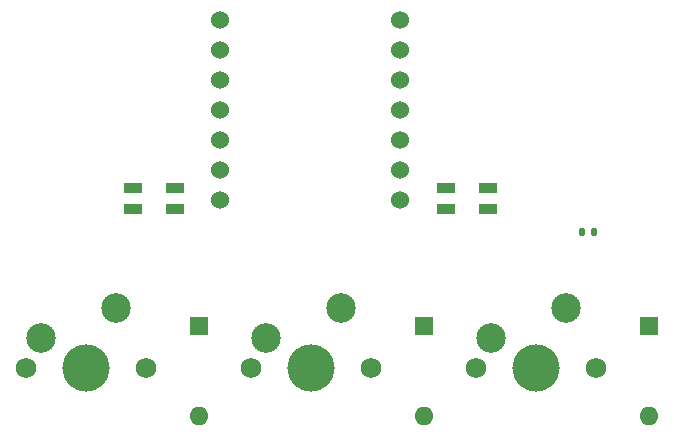
<source format=gbr>
%TF.GenerationSoftware,KiCad,Pcbnew,9.0.2*%
%TF.CreationDate,2025-06-03T16:06:49-07:00*%
%TF.ProjectId,osu_keypad,6f73755f-6b65-4797-9061-642e6b696361,rev?*%
%TF.SameCoordinates,Original*%
%TF.FileFunction,Soldermask,Top*%
%TF.FilePolarity,Negative*%
%FSLAX46Y46*%
G04 Gerber Fmt 4.6, Leading zero omitted, Abs format (unit mm)*
G04 Created by KiCad (PCBNEW 9.0.2) date 2025-06-03 16:06:49*
%MOMM*%
%LPD*%
G01*
G04 APERTURE LIST*
G04 Aperture macros list*
%AMRoundRect*
0 Rectangle with rounded corners*
0 $1 Rounding radius*
0 $2 $3 $4 $5 $6 $7 $8 $9 X,Y pos of 4 corners*
0 Add a 4 corners polygon primitive as box body*
4,1,4,$2,$3,$4,$5,$6,$7,$8,$9,$2,$3,0*
0 Add four circle primitives for the rounded corners*
1,1,$1+$1,$2,$3*
1,1,$1+$1,$4,$5*
1,1,$1+$1,$6,$7*
1,1,$1+$1,$8,$9*
0 Add four rect primitives between the rounded corners*
20,1,$1+$1,$2,$3,$4,$5,0*
20,1,$1+$1,$4,$5,$6,$7,0*
20,1,$1+$1,$6,$7,$8,$9,0*
20,1,$1+$1,$8,$9,$2,$3,0*%
G04 Aperture macros list end*
%ADD10R,1.600000X0.850000*%
%ADD11C,1.750000*%
%ADD12C,4.000000*%
%ADD13C,2.500000*%
%ADD14RoundRect,0.135000X-0.135000X-0.185000X0.135000X-0.185000X0.135000X0.185000X-0.135000X0.185000X0*%
%ADD15R,1.600000X1.600000*%
%ADD16O,1.600000X1.600000*%
%ADD17C,1.524000*%
G04 APERTURE END LIST*
D10*
%TO.C,D5*%
X99225000Y-79975000D03*
X99225000Y-81725000D03*
X102725000Y-81725000D03*
X102725000Y-79975000D03*
%TD*%
D11*
%TO.C,S2*%
X109220000Y-95250000D03*
D12*
X114300000Y-95250000D03*
D11*
X119380000Y-95250000D03*
D13*
X110490000Y-92710000D03*
X116840000Y-90170000D03*
%TD*%
D14*
%TO.C,R1(100R)1*%
X137205000Y-83725000D03*
X138225000Y-83725000D03*
%TD*%
D10*
%TO.C,D4*%
X125725000Y-79975000D03*
X125725000Y-81725000D03*
X129225000Y-81725000D03*
X129225000Y-79975000D03*
%TD*%
D11*
%TO.C,S1*%
X90170000Y-95250000D03*
D12*
X95250000Y-95250000D03*
D11*
X100330000Y-95250000D03*
D13*
X91440000Y-92710000D03*
X97790000Y-90170000D03*
%TD*%
D11*
%TO.C,S3*%
X128270000Y-95250000D03*
D12*
X133350000Y-95250000D03*
D11*
X138430000Y-95250000D03*
D13*
X129540000Y-92710000D03*
X135890000Y-90170000D03*
%TD*%
D15*
%TO.C,D3*%
X142875000Y-91678125D03*
D16*
X142875000Y-99298125D03*
%TD*%
D15*
%TO.C,D2*%
X123825000Y-91678125D03*
D16*
X123825000Y-99298125D03*
%TD*%
D17*
%TO.C,U2*%
X121799375Y-65722500D03*
X121799375Y-68262500D03*
X121799375Y-70802500D03*
X121799375Y-73342500D03*
X121799375Y-75882500D03*
X121799375Y-78422500D03*
X121799375Y-80962500D03*
X106559375Y-80962500D03*
X106559375Y-78422500D03*
X106559375Y-75882500D03*
X106559375Y-73342500D03*
X106559375Y-70802500D03*
X106559375Y-68262500D03*
X106559375Y-65722500D03*
%TD*%
D15*
%TO.C,D1*%
X104775000Y-91678125D03*
D16*
X104775000Y-99298125D03*
%TD*%
M02*

</source>
